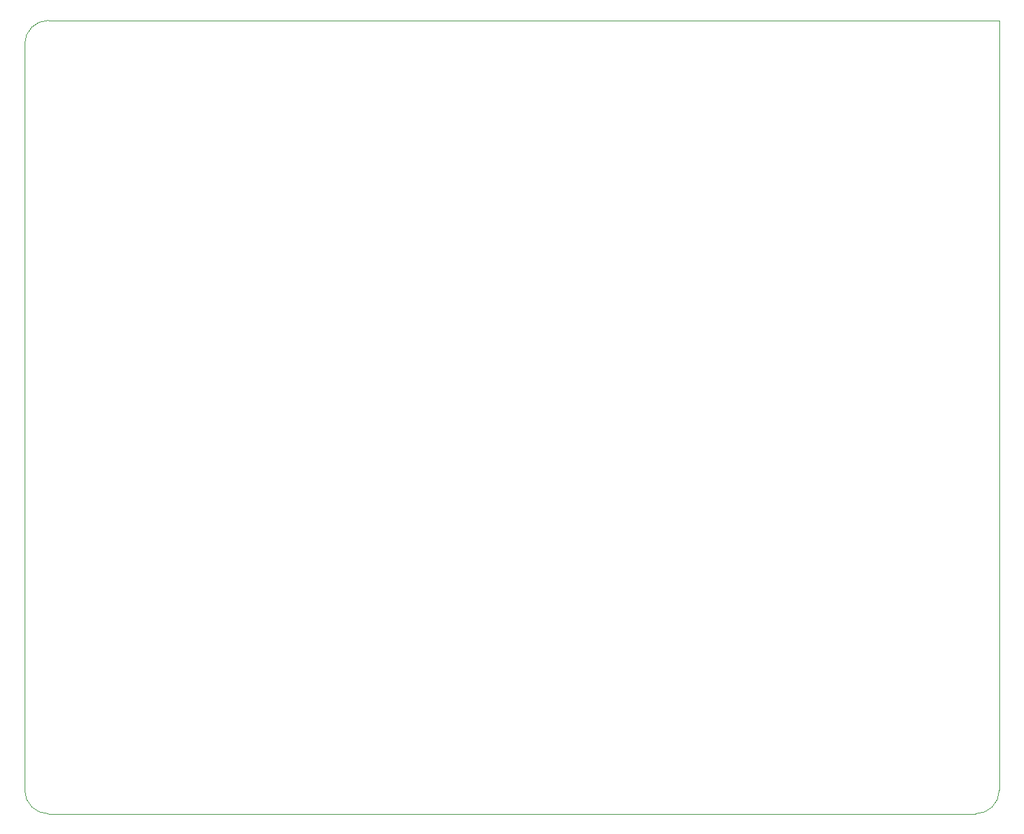
<source format=gbr>
%TF.GenerationSoftware,KiCad,Pcbnew,(5.99.0-9739-g6a369b230f)*%
%TF.CreationDate,2021-03-13T21:37:46+01:00*%
%TF.ProjectId,keychordz,6b657963-686f-4726-947a-2e6b69636164,rev?*%
%TF.SameCoordinates,Original*%
%TF.FileFunction,Profile,NP*%
%FSLAX46Y46*%
G04 Gerber Fmt 4.6, Leading zero omitted, Abs format (unit mm)*
G04 Created by KiCad (PCBNEW (5.99.0-9739-g6a369b230f)) date 2021-03-13 21:37:46*
%MOMM*%
%LPD*%
G01*
G04 APERTURE LIST*
%TA.AperFunction,Profile*%
%ADD10C,0.100000*%
%TD*%
G04 APERTURE END LIST*
D10*
X12000000Y-15000000D02*
G75*
G02*
X15000000Y-12000000I3000000J0D01*
G01*
X136000000Y-12000000D02*
X15000000Y-12000000D01*
X136000000Y-12000000D02*
X136000000Y-110000000D01*
X133000000Y-113000000D02*
X15000000Y-113000000D01*
X15000000Y-113000000D02*
G75*
G02*
X12000000Y-110000000I0J3000000D01*
G01*
X133000000Y-113000000D02*
G75*
G03*
X136000000Y-110000000I0J3000000D01*
G01*
X12000000Y-15000000D02*
X12000000Y-110000000D01*
M02*

</source>
